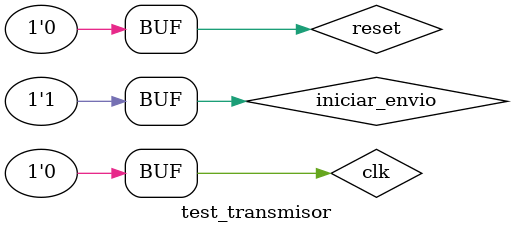
<source format=v>
`timescale 1ns / 1ps


module test_transmisor;

	// Inputs
	reg clk;
	reg reset;
	reg iniciar_envio;

	// Instantiate the Unit Under Test (UUT)
	transmisor uut (
		.clk(clk), 
		.reset(reset), 
		.iniciar_envio(iniciar_envio)
	);

initial
begin
reset <= 1; # 22; reset <= 0;
iniciar_envio <= 1;// # 22; iniciar_envio <= 0;
end


// generate clock to sequence tests CLOCK
always
begin
clk <= 1; # 5; clk <= 0; # 5;
end
      
endmodule


</source>
